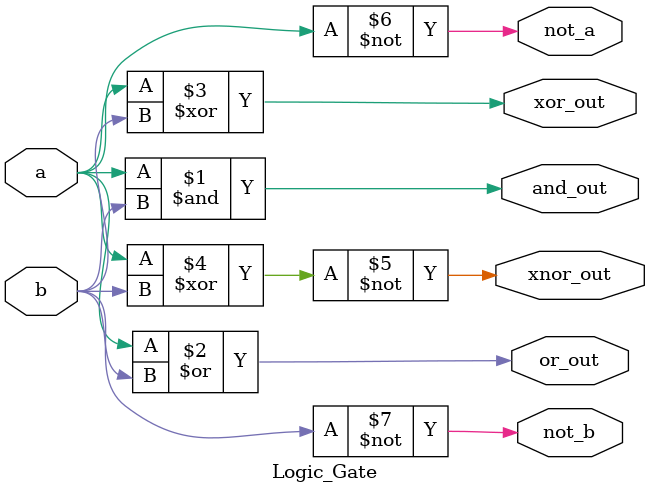
<source format=v>
module  Logic_Gate(
input wire a,b,
output wire and_out,or_out,xor_out,xnor_out,not_a,not_b
);
assign and_out = a&b;
assign or_out = a|b;
assign xor_out = a^b;
assign xnor_out = ~(a^b);
assign not_a = ~a;
assign not_b = ~b;

endmodule
</source>
